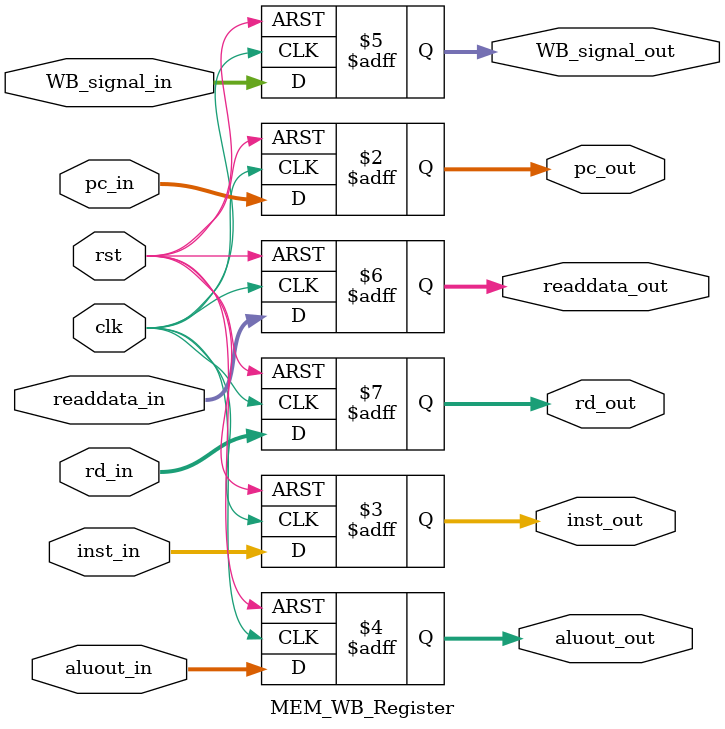
<source format=v>
module MEM_WB_Register(
    clk,rst,

    pc_in,pc_out,
    inst_in,inst_out,

    aluout_in,aluout_out,
    WB_signal_in , WB_signal_out,

    readdata_in,readdata_out,

    rd_in,rd_out
);

input clk;
input rst;

input [31:0] pc_in;
input [31:0] inst_in;

input [31:0] aluout_in;

input [4:0]  WB_signal_in ;

input [31:0] readdata_in;

input [4:0] rd_in; 


output reg [31:0] pc_out;
output reg [31:0] inst_out;

output reg  [31:0] aluout_out;
output reg  [4:0]  WB_signal_out ;

output reg  [31:0] readdata_out;
output reg  [4:0]  rd_out;

always @(posedge clk,posedge rst)
begin
    
    if(rst)
    begin
        pc_out<=32'b0          ;
        inst_out<=32'b0        ;

        aluout_out   <=32'b0;
        WB_signal_out  <= 4'b0;

        readdata_out  <= 32'b0;

        rd_out        <= 5'b0;

    end

    else begin
        pc_out          <=   pc_in        ;
        inst_out        <=   inst_in      ;

        aluout_out      <=   aluout_in     ;
        WB_signal_out   <=   WB_signal_in ;

        readdata_out    <=   readdata_in;

        rd_out          <=   rd_in;             
    end
end

endmodule
</source>
